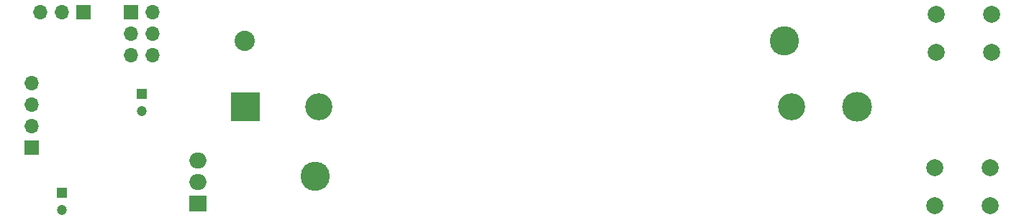
<source format=gbr>
%TF.GenerationSoftware,KiCad,Pcbnew,(5.1.9)-1*%
%TF.CreationDate,2021-03-29T21:17:45+02:00*%
%TF.ProjectId,ESP_Windowsensor,4553505f-5769-46e6-946f-7773656e736f,rev?*%
%TF.SameCoordinates,Original*%
%TF.FileFunction,Soldermask,Bot*%
%TF.FilePolarity,Negative*%
%FSLAX46Y46*%
G04 Gerber Fmt 4.6, Leading zero omitted, Abs format (unit mm)*
G04 Created by KiCad (PCBNEW (5.1.9)-1) date 2021-03-29 21:17:45*
%MOMM*%
%LPD*%
G01*
G04 APERTURE LIST*
%ADD10C,2.000000*%
%ADD11O,1.700000X1.700000*%
%ADD12R,1.700000X1.700000*%
%ADD13C,1.200000*%
%ADD14R,1.200000X1.200000*%
%ADD15O,2.000000X1.905000*%
%ADD16R,2.000000X1.905000*%
%ADD17C,3.200000*%
%ADD18R,3.500000X3.500000*%
%ADD19C,3.500000*%
%ADD20C,2.390000*%
%ADD21C,3.450000*%
G04 APERTURE END LIST*
D10*
%TO.C,SW3*%
X174856000Y-87122000D03*
X174856000Y-82622000D03*
X181356000Y-87122000D03*
X181356000Y-82622000D03*
%TD*%
%TO.C,SW2*%
X181506000Y-64516000D03*
X181506000Y-69016000D03*
X175006000Y-64516000D03*
X175006000Y-69016000D03*
%TD*%
D11*
%TO.C,J2*%
X68580000Y-72644000D03*
X68580000Y-75184000D03*
X68580000Y-77724000D03*
D12*
X68580000Y-80264000D03*
%TD*%
D13*
%TO.C,C2*%
X81534000Y-75914000D03*
D14*
X81534000Y-73914000D03*
%TD*%
D13*
%TO.C,C1*%
X72136000Y-87598000D03*
D14*
X72136000Y-85598000D03*
%TD*%
D11*
%TO.C,J1*%
X82804000Y-69342000D03*
X80264000Y-69342000D03*
X82804000Y-66802000D03*
X80264000Y-66802000D03*
X82804000Y-64262000D03*
D12*
X80264000Y-64262000D03*
%TD*%
D15*
%TO.C,Q2*%
X88138000Y-81788000D03*
X88138000Y-84328000D03*
D16*
X88138000Y-86868000D03*
%TD*%
D17*
%TO.C,BT2*%
X157981000Y-75438000D03*
X102371000Y-75438000D03*
D18*
X93726000Y-75438000D03*
D19*
X165726000Y-75438000D03*
%TD*%
D11*
%TO.C,SW1*%
X69596000Y-64262000D03*
X72136000Y-64262000D03*
D12*
X74676000Y-64262000D03*
%TD*%
D20*
%TO.C,BT1*%
X93610000Y-67692000D03*
D21*
X101940000Y-83692000D03*
X157140000Y-67692000D03*
%TD*%
M02*

</source>
